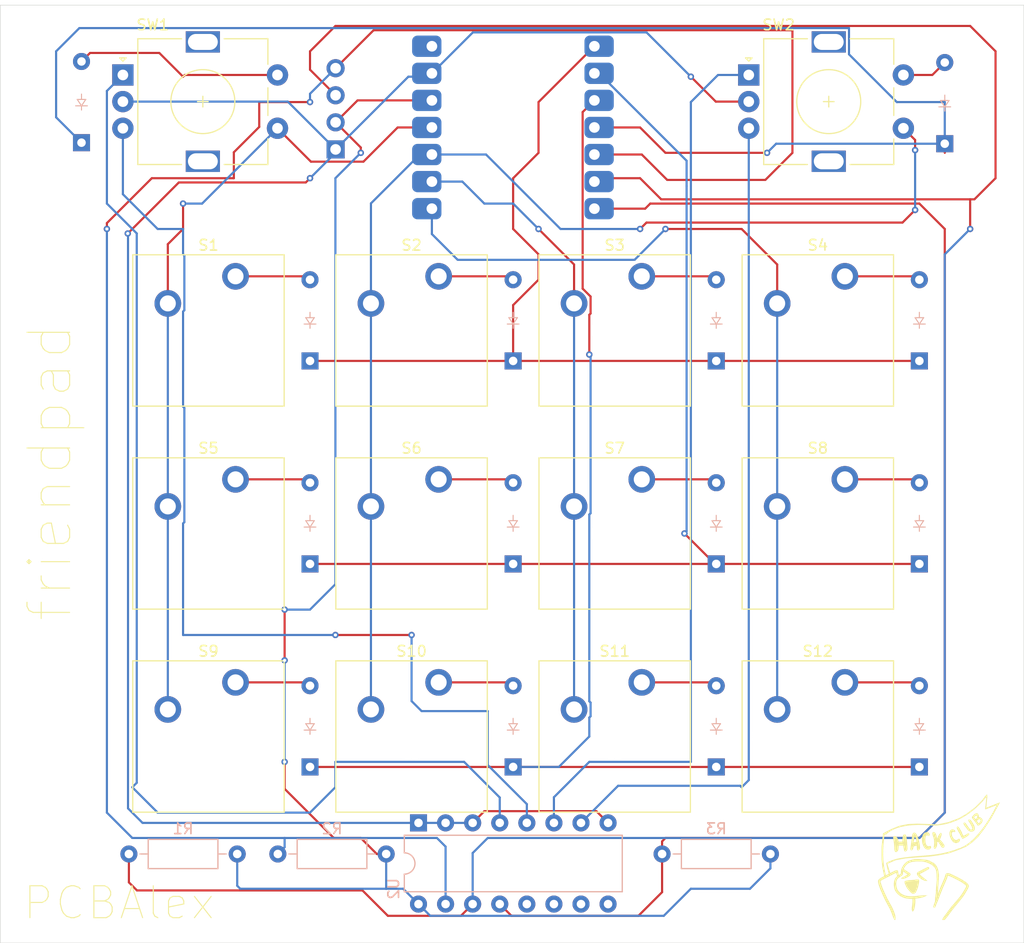
<source format=kicad_pcb>
(kicad_pcb (version 20240108) (generator "pcbnew") (generator_version "8.0")
  (layers (0 "F.Cu" signal) (31 "B.Cu" signal) (34 "B.Paste" user) (35 "F.Paste" user) (36 "B.SilkS" user "B.Silkscreen") (37 "F.SilkS" user "F.Silkscreen") (38 "B.Mask" user) (39 "F.Mask" user) (44 "Edge.Cuts" user))
  (net 0 "")
  (net 1 "Row 1")
  (net 2 "Net-(D1-A)")
  (net 3 "Net-(D2-A)")
  (net 4 "Net-(D3-A)")
  (net 5 "Net-(D4-A)")
  (net 6 "Net-(D5-A)")
  (net 7 "Row 2")
  (net 8 "Net-(D6-A)")
  (net 9 "Net-(D7-A)")
  (net 10 "Net-(D8-A)")
  (net 11 "1S2")
  (net 12 "Row 4")
  (net 13 "2S2")
  (net 14 "Row 3")
  (net 15 "Net-(D11-A)")
  (net 16 "Net-(D12-A)")
  (net 17 "Net-(D13-A)")
  (net 18 "Net-(D14-A)")
  (net 19 "GND")
  (net 20 "+3V3")
  (net 21 "SCL")
  (net 22 "SDA")
  (net 23 "INT")
  (net 24 "1S1")
  (net 25 "2S1")
  (net 26 "Column 3")
  (net 27 "Column 4")
  (net 28 "1A")
  (net 29 "1B")
  (net 30 "2B")
  (net 31 "2A")
  (footprint "ScottoKeebs_Components:OLED_128x32" (layer "F.Cu") (at 148.12 30.36)
    (property "Reference" "J3" (hide yes))
    (property "Value" "OLED_128x32")
    (pad "1" thru_hole rect (at 1.6 9.8 180) (size 1.7 1.7) (drill 1) (layers "*.Cu" "*.Mask") (net 19 "GND"))
    (pad "2" thru_hole oval (at 1.6 7.26 180) (size 1.7 1.7) (drill 1) (layers "*.Cu" "*.Mask") (net 20 "+3V3"))
    (pad "3" thru_hole oval (at 1.6 4.72 180) (size 1.7 1.7) (drill 1) (layers "*.Cu" "*.Mask") (net 21 "SCL"))
    (pad "4" thru_hole oval (at 1.6 2.18 180) (size 1.7 1.7) (drill 1) (layers "*.Cu" "*.Mask") (net 22 "SDA"))
  )
  (footprint "ScottoKeebs_MX:MX_PCB_1.00u" (layer "F.Cu") (at 137.795 57.15)
    (property "Reference" "S1" (at 0 -8 0) (layer "F.SilkS"))
    (property "Value" "Keyswitch")
    (pad "" np_thru_hole circle (at -5.08 0) (size 1.75 1.75) (drill 1.75) (layers "*.Cu" "*.Mask"))
    (pad "" np_thru_hole circle (at 0 0) (size 4 4) (drill 4) (layers "*.Cu" "*.Mask"))
    (pad "" np_thru_hole circle (at 5.08 0) (size 1.75 1.75) (drill 1.75) (layers "*.Cu" "*.Mask"))
    (pad "1" thru_hole circle (at -3.81 -2.54) (size 2.5 2.5) (drill 1.5) (layers "*.Cu" "*.Mask") (net 24 "1S1"))
    (pad "2" thru_hole circle (at 2.54 -5.08) (size 2.5 2.5) (drill 1.5) (layers "*.Cu" "*.Mask") (net 2 "Net-(D1-A)"))
  )
  (footprint "ScottoKeebs_MX:MX_PCB_1.00u" (layer "F.Cu") (at 194.945 57.15)
    (property "Reference" "S4" (at 0 -8 0) (layer "F.SilkS"))
    (property "Value" "Keyswitch")
    (pad "" np_thru_hole circle (at -5.08 0) (size 1.75 1.75) (drill 1.75) (layers "*.Cu" "*.Mask"))
    (pad "" np_thru_hole circle (at 0 0) (size 4 4) (drill 4) (layers "*.Cu" "*.Mask"))
    (pad "" np_thru_hole circle (at 5.08 0) (size 1.75 1.75) (drill 1.75) (layers "*.Cu" "*.Mask"))
    (pad "1" thru_hole circle (at -3.81 -2.54) (size 2.5 2.5) (drill 1.5) (layers "*.Cu" "*.Mask") (net 27 "Column 4"))
    (pad "2" thru_hole circle (at 2.54 -5.08) (size 2.5 2.5) (drill 1.5) (layers "*.Cu" "*.Mask") (net 5 "Net-(D4-A)"))
  )
  (footprint "ScottoKeebs_MX:MX_PCB_1.00u" (layer "F.Cu") (at 175.895 95.25)
    (property "Reference" "S11" (at 0 -8 0) (layer "F.SilkS"))
    (property "Value" "Keyswitch")
    (pad "" np_thru_hole circle (at -5.08 0) (size 1.75 1.75) (drill 1.75) (layers "*.Cu" "*.Mask"))
    (pad "" np_thru_hole circle (at 0 0) (size 4 4) (drill 4) (layers "*.Cu" "*.Mask"))
    (pad "" np_thru_hole circle (at 5.08 0) (size 1.75 1.75) (drill 1.75) (layers "*.Cu" "*.Mask"))
    (pad "1" thru_hole circle (at -3.81 -2.54) (size 2.5 2.5) (drill 1.5) (layers "*.Cu" "*.Mask") (net 26 "Column 3"))
    (pad "2" thru_hole circle (at 2.54 -5.08) (size 2.5 2.5) (drill 1.5) (layers "*.Cu" "*.Mask") (net 17 "Net-(D13-A)"))
  )
  (footprint "ScottoKeebs_MX:MX_PCB_1.00u" (layer "F.Cu") (at 137.795 76.2)
    (property "Reference" "S5" (at 0 -8 0) (layer "F.SilkS"))
    (property "Value" "Keyswitch")
    (pad "" np_thru_hole circle (at -5.08 0) (size 1.75 1.75) (drill 1.75) (layers "*.Cu" "*.Mask"))
    (pad "" np_thru_hole circle (at 0 0) (size 4 4) (drill 4) (layers "*.Cu" "*.Mask"))
    (pad "" np_thru_hole circle (at 5.08 0) (size 1.75 1.75) (drill 1.75) (layers "*.Cu" "*.Mask"))
    (pad "1" thru_hole circle (at -3.81 -2.54) (size 2.5 2.5) (drill 1.5) (layers "*.Cu" "*.Mask") (net 24 "1S1"))
    (pad "2" thru_hole circle (at 2.54 -5.08) (size 2.5 2.5) (drill 1.5) (layers "*.Cu" "*.Mask") (net 6 "Net-(D5-A)"))
  )
  (footprint "ScottoKeebs_MX:MX_PCB_1.00u" (layer "F.Cu") (at 175.895 57.15)
    (property "Reference" "S3" (at 0 -8 0) (layer "F.SilkS"))
    (property "Value" "Keyswitch")
    (pad "" np_thru_hole circle (at -5.08 0) (size 1.75 1.75) (drill 1.75) (layers "*.Cu" "*.Mask"))
    (pad "" np_thru_hole circle (at 0 0) (size 4 4) (drill 4) (layers "*.Cu" "*.Mask"))
    (pad "" np_thru_hole circle (at 5.08 0) (size 1.75 1.75) (drill 1.75) (layers "*.Cu" "*.Mask"))
    (pad "1" thru_hole circle (at -3.81 -2.54) (size 2.5 2.5) (drill 1.5) (layers "*.Cu" "*.Mask") (net 26 "Column 3"))
    (pad "2" thru_hole circle (at 2.54 -5.08) (size 2.5 2.5) (drill 1.5) (layers "*.Cu" "*.Mask") (net 4 "Net-(D3-A)"))
  )
  (footprint "ScottoKeebs_MX:MX_PCB_1.00u" (layer "F.Cu") (at 156.845 57.15)
    (property "Reference" "S2" (at 0 -8 0) (layer "F.SilkS"))
    (property "Value" "Keyswitch")
    (pad "" np_thru_hole circle (at -5.08 0) (size 1.75 1.75) (drill 1.75) (layers "*.Cu" "*.Mask"))
    (pad "" np_thru_hole circle (at 0 0) (size 4 4) (drill 4) (layers "*.Cu" "*.Mask"))
    (pad "" np_thru_hole circle (at 5.08 0) (size 1.75 1.75) (drill 1.75) (layers "*.Cu" "*.Mask"))
    (pad "1" thru_hole circle (at -3.81 -2.54) (size 2.5 2.5) (drill 1.5) (layers "*.Cu" "*.Mask") (net 25 "2S1"))
    (pad "2" thru_hole circle (at 2.54 -5.08) (size 2.5 2.5) (drill 1.5) (layers "*.Cu" "*.Mask") (net 3 "Net-(D2-A)"))
  )
  (footprint "ScottoKeebs_MX:MX_PCB_1.00u" (layer "F.Cu") (at 175.895 76.2)
    (property "Reference" "S7" (at 0 -8 0) (layer "F.SilkS"))
    (property "Value" "Keyswitch")
    (pad "" np_thru_hole circle (at -5.08 0) (size 1.75 1.75) (drill 1.75) (layers "*.Cu" "*.Mask"))
    (pad "" np_thru_hole circle (at 0 0) (size 4 4) (drill 4) (layers "*.Cu" "*.Mask"))
    (pad "" np_thru_hole circle (at 5.08 0) (size 1.75 1.75) (drill 1.75) (layers "*.Cu" "*.Mask"))
    (pad "1" thru_hole circle (at -3.81 -2.54) (size 2.5 2.5) (drill 1.5) (layers "*.Cu" "*.Mask") (net 26 "Column 3"))
    (pad "2" thru_hole circle (at 2.54 -5.08) (size 2.5 2.5) (drill 1.5) (layers "*.Cu" "*.Mask") (net 9 "Net-(D7-A)"))
  )
  (footprint "Rotary_Encoder:RotaryEncoder_Alps_EC11E-Switch_Vertical_H20mm" (layer "F.Cu") (at 188.47 33.175)
    (property "Reference" "SW2" (at 2.8 -4.7 0) (layer "F.SilkS"))
    (property "Value" "RotaryEncoder_Switch")
    (pad "A" thru_hole rect (at 0 0) (size 2 2) (drill 1) (layers "*.Cu" "*.Mask") (net 31 "2A"))
    (pad "B" thru_hole circle (at 0 5) (size 2 2) (drill 1) (layers "*.Cu" "*.Mask") (net 30 "2B"))
    (pad "C" thru_hole circle (at 0 2.5) (size 2 2) (drill 1) (layers "*.Cu" "*.Mask") (net 19 "GND"))
    (pad "MP" thru_hole rect (at 7.5 -3.1) (size 3.2 2) (drill oval 2.8 1.5) (layers "*.Cu" "*.Mask"))
    (pad "MP" thru_hole rect (at 7.5 8.1) (size 3.2 2) (drill oval 2.8 1.5) (layers "*.Cu" "*.Mask"))
    (pad "S1" thru_hole circle (at 14.5 5) (size 2 2) (drill 1) (layers "*.Cu" "*.Mask") (net 25 "2S1"))
    (pad "S2" thru_hole circle (at 14.5 0) (size 2 2) (drill 1) (layers "*.Cu" "*.Mask") (net 13 "2S2"))
  )
  (footprint "ScottoKeebs_MX:MX_PCB_1.00u" (layer "F.Cu") (at 156.845 76.2)
    (property "Reference" "S6" (at 0 -8 0) (layer "F.SilkS"))
    (property "Value" "Keyswitch")
    (pad "" np_thru_hole circle (at -5.08 0) (size 1.75 1.75) (drill 1.75) (layers "*.Cu" "*.Mask"))
    (pad "" np_thru_hole circle (at 0 0) (size 4 4) (drill 4) (layers "*.Cu" "*.Mask"))
    (pad "" np_thru_hole circle (at 5.08 0) (size 1.75 1.75) (drill 1.75) (layers "*.Cu" "*.Mask"))
    (pad "1" thru_hole circle (at -3.81 -2.54) (size 2.5 2.5) (drill 1.5) (layers "*.Cu" "*.Mask") (net 25 "2S1"))
    (pad "2" thru_hole circle (at 2.54 -5.08) (size 2.5 2.5) (drill 1.5) (layers "*.Cu" "*.Mask") (net 8 "Net-(D6-A)"))
  )
  (footprint "ScottoKeebs_MX:MX_PCB_1.00u" (layer "F.Cu") (at 194.945 76.2)
    (property "Reference" "S8" (at 0 -8 0) (layer "F.SilkS"))
    (property "Value" "Keyswitch")
    (pad "" np_thru_hole circle (at -5.08 0) (size 1.75 1.75) (drill 1.75) (layers "*.Cu" "*.Mask"))
    (pad "" np_thru_hole circle (at 0 0) (size 4 4) (drill 4) (layers "*.Cu" "*.Mask"))
    (pad "" np_thru_hole circle (at 5.08 0) (size 1.75 1.75) (drill 1.75) (layers "*.Cu" "*.Mask"))
    (pad "1" thru_hole circle (at -3.81 -2.54) (size 2.5 2.5) (drill 1.5) (layers "*.Cu" "*.Mask") (net 27 "Column 4"))
    (pad "2" thru_hole circle (at 2.54 -5.08) (size 2.5 2.5) (drill 1.5) (layers "*.Cu" "*.Mask") (net 10 "Net-(D8-A)"))
  )
  (footprint "ScottoKeebs_MX:MX_PCB_1.00u" (layer "F.Cu") (at 156.845 95.25)
    (property "Reference" "S10" (at 0 -8 0) (layer "F.SilkS"))
    (property "Value" "Keyswitch")
    (pad "" np_thru_hole circle (at -5.08 0) (size 1.75 1.75) (drill 1.75) (layers "*.Cu" "*.Mask"))
    (pad "" np_thru_hole circle (at 0 0) (size 4 4) (drill 4) (layers "*.Cu" "*.Mask"))
    (pad "" np_thru_hole circle (at 5.08 0) (size 1.75 1.75) (drill 1.75) (layers "*.Cu" "*.Mask"))
    (pad "1" thru_hole circle (at -3.81 -2.54) (size 2.5 2.5) (drill 1.5) (layers "*.Cu" "*.Mask") (net 25 "2S1"))
    (pad "2" thru_hole circle (at 2.54 -5.08) (size 2.5 2.5) (drill 1.5) (layers "*.Cu" "*.Mask") (net 16 "Net-(D12-A)"))
  )
  (footprint "ScottoKeebs_MX:MX_PCB_1.00u" (layer "F.Cu") (at 194.945 95.25)
    (property "Reference" "S12" (at 0 -8 0) (layer "F.SilkS"))
    (property "Value" "Keyswitch")
    (pad "" np_thru_hole circle (at -5.08 0) (size 1.75 1.75) (drill 1.75) (layers "*.Cu" "*.Mask"))
    (pad "" np_thru_hole circle (at 0 0) (size 4 4) (drill 4) (layers "*.Cu" "*.Mask"))
    (pad "" np_thru_hole circle (at 5.08 0) (size 1.75 1.75) (drill 1.75) (layers "*.Cu" "*.Mask"))
    (pad "1" thru_hole circle (at -3.81 -2.54) (size 2.5 2.5) (drill 1.5) (layers "*.Cu" "*.Mask") (net 27 "Column 4"))
    (pad "2" thru_hole circle (at 2.54 -5.08) (size 2.5 2.5) (drill 1.5) (layers "*.Cu" "*.Mask") (net 18 "Net-(D14-A)"))
  )
  (footprint "LOGO" (layer "F.Cu") (at 206.27 106.625)
    (property "Reference" " " (at 0 0 0) (layer "F.SilkS") (effects (font (size 1.5 1.5) (thickness 0.3))))
    (property "Value" "LOGO" (hide yes))
  )
  (footprint "ScottoKeebs_MX:MX_PCB_1.00u" (layer "F.Cu") (at 137.795 95.25)
    (property "Reference" "S9" (at 0 -8 0) (layer "F.SilkS"))
    (property "Value" "Keyswitch")
    (pad "" np_thru_hole circle (at -5.08 0) (size 1.75 1.75) (drill 1.75) (layers "*.Cu" "*.Mask"))
    (pad "" np_thru_hole circle (at 0 0) (size 4 4) (drill 4) (layers "*.Cu" "*.Mask"))
    (pad "" np_thru_hole circle (at 5.08 0) (size 1.75 1.75) (drill 1.75) (layers "*.Cu" "*.Mask"))
    (pad "1" thru_hole circle (at -3.81 -2.54) (size 2.5 2.5) (drill 1.5) (layers "*.Cu" "*.Mask") (net 24 "1S1"))
    (pad "2" thru_hole circle (at 2.54 -5.08) (size 2.5 2.5) (drill 1.5) (layers "*.Cu" "*.Mask") (net 15 "Net-(D11-A)"))
  )
  (footprint "Rotary_Encoder:RotaryEncoder_Alps_EC11E-Switch_Vertical_H20mm" (layer "F.Cu") (at 129.77 33.175)
    (property "Reference" "SW1" (at 2.8 -4.7 0) (layer "F.SilkS"))
    (property "Value" "RotaryEncoder_Switch")
    (pad "A" thru_hole rect (at 0 0) (size 2 2) (drill 1) (layers "*.Cu" "*.Mask") (net 28 "1A"))
    (pad "B" thru_hole circle (at 0 5) (size 2 2) (drill 1) (layers "*.Cu" "*.Mask") (net 29 "1B"))
    (pad "C" thru_hole circle (at 0 2.5) (size 2 2) (drill 1) (layers "*.Cu" "*.Mask") (net 19 "GND"))
    (pad "MP" thru_hole rect (at 7.5 -3.1) (size 3.2 2) (drill oval 2.8 1.5) (layers "*.Cu" "*.Mask"))
    (pad "MP" thru_hole rect (at 7.5 8.1) (size 3.2 2) (drill oval 2.8 1.5) (layers "*.Cu" "*.Mask"))
    (pad "S1" thru_hole circle (at 14.5 5) (size 2 2) (drill 1) (layers "*.Cu" "*.Mask") (net 24 "1S1"))
    (pad "S2" thru_hole circle (at 14.5 0) (size 2 2) (drill 1) (layers "*.Cu" "*.Mask") (net 11 "1S2"))
  )
  (footprint "ScottoKeebs_Components:Diode_DO-35" (layer "B.Cu") (at 185.42 98.1075 90)
    (property "Reference" "D13" (hide yes))
    (property "Value" "Diode" (hide yes))
    (pad "1" thru_hole rect (at 0 0 90) (size 1.6 1.6) (drill 0.8) (layers "*.Cu" "*.Mask") (net 14 "Row 3"))
    (pad "2" thru_hole oval (at 7.62 0 90) (size 1.6 1.6) (drill 0.8) (layers "*.Cu" "*.Mask") (net 17 "Net-(D13-A)"))
  )
  (footprint "ScottoKeebs_Components:Diode_DO-35" (layer "B.Cu") (at 204.47 79.0575 90)
    (property "Reference" "D8" (hide yes))
    (property "Value" "Diode" (hide yes))
    (pad "1" thru_hole rect (at 0 0 90) (size 1.6 1.6) (drill 0.8) (layers "*.Cu" "*.Mask") (net 7 "Row 2"))
    (pad "2" thru_hole oval (at 7.62 0 90) (size 1.6 1.6) (drill 0.8) (layers "*.Cu" "*.Mask") (net 10 "Net-(D8-A)"))
  )
  (footprint "Resistor_THT:R_Axial_DIN0207_L6.3mm_D2.5mm_P10.16mm_Horizontal" (layer "B.Cu") (at 154.46375 106.275 180)
    (property "Reference" "R2" (at 5.08 2.37 0) (layer "B.SilkS") (effects (justify mirror)))
    (property "Value" "4.7k")
    (pad "1" thru_hole circle (at 0 0 180) (size 1.6 1.6) (drill 0.8) (layers "*.Cu" "*.Mask") (net 20 "+3V3"))
    (pad "2" thru_hole oval (at 10.16 0 180) (size 1.6 1.6) (drill 0.8) (layers "*.Cu" "*.Mask") (net 22 "SDA"))
  )
  (footprint "ScottoKeebs_Components:Diode_DO-35" (layer "B.Cu") (at 185.42 60.0075 90)
    (property "Reference" "D3" (hide yes))
    (property "Value" "Diode" (hide yes))
    (pad "1" thru_hole rect (at 0 0 90) (size 1.6 1.6) (drill 0.8) (layers "*.Cu" "*.Mask") (net 1 "Row 1"))
    (pad "2" thru_hole oval (at 7.62 0 90) (size 1.6 1.6) (drill 0.8) (layers "*.Cu" "*.Mask") (net 4 "Net-(D3-A)"))
  )
  (footprint "ScottoKeebs_Components:Diode_DO-35" (layer "B.Cu") (at 206.85125 39.62625 90)
    (property "Reference" "D10" (hide yes))
    (property "Value" "Diode" (hide yes))
    (pad "1" thru_hole rect (at 0 0 90) (size 1.6 1.6) (drill 0.8) (layers "*.Cu" "*.Mask") (net 12 "Row 4"))
    (pad "2" thru_hole oval (at 7.62 0 90) (size 1.6 1.6) (drill 0.8) (layers "*.Cu" "*.Mask") (net 13 "2S2"))
  )
  (footprint "ScottoKeebs_Components:Diode_DO-35" (layer "B.Cu") (at 166.37 79.0575 90)
    (property "Reference" "D6" (hide yes))
    (property "Value" "Diode" (hide yes))
    (pad "1" thru_hole rect (at 0 0 90) (size 1.6 1.6) (drill 0.8) (layers "*.Cu" "*.Mask") (net 7 "Row 2"))
    (pad "2" thru_hole oval (at 7.62 0 90) (size 1.6 1.6) (drill 0.8) (layers "*.Cu" "*.Mask") (net 8 "Net-(D6-A)"))
  )
  (footprint "ScottoKeebs_Components:Diode_DO-35" (layer "B.Cu") (at 185.42 79.0575 90)
    (property "Reference" "D7" (hide yes))
    (property "Value" "Diode" (hide yes))
    (pad "1" thru_hole rect (at 0 0 90) (size 1.6 1.6) (drill 0.8) (layers "*.Cu" "*.Mask") (net 7 "Row 2"))
    (pad "2" thru_hole oval (at 7.62 0 90) (size 1.6 1.6) (drill 0.8) (layers "*.Cu" "*.Mask") (net 9 "Net-(D7-A)"))
  )
  (footprint "ScottoKeebs_Components:Diode_DO-35" (layer "B.Cu") (at 147.32 79.0575 90)
    (property "Reference" "D5" (hide yes))
    (property "Value" "Diode" (hide yes))
    (pad "1" thru_hole rect (at 0 0 90) (size 1.6 1.6) (drill 0.8) (layers "*.Cu" "*.Mask") (net 7 "Row 2"))
    (pad "2" thru_hole oval (at 7.62 0 90) (size 1.6 1.6) (drill 0.8) (layers "*.Cu" "*.Mask") (net 6 "Net-(D5-A)"))
  )
  (footprint "ScottoKeebs_Components:Diode_DO-35" (layer "B.Cu") (at 204.47 98.1075 90)
    (property "Reference" "D14" (hide yes))
    (property "Value" "Diode" (hide yes))
    (pad "1" thru_hole rect (at 0 0 90) (size 1.6 1.6) (drill 0.8) (layers "*.Cu" "*.Mask") (net 14 "Row 3"))
    (pad "2" thru_hole oval (at 7.62 0 90) (size 1.6 1.6) (drill 0.8) (layers "*.Cu" "*.Mask") (net 18 "Net-(D14-A)"))
  )
  (footprint "ScottoKeebs_MCU:Seeed_XIAO_RP2040" (layer "B.Cu") (at 166.37 38.1 180)
    (property "Reference" "U3" (hide yes))
    (property "Value" "MCU_Seeed_XIAO_RP2040")
    (pad "1" smd roundrect (at -8.065 7.62 180) (size 2.75 2) (layers "B.Cu" "B.Paste" "B.Mask") (net 1 "Row 1"))
    (pad "1" thru_hole rect (at -7.62 7.62 90) (size 1.6 1.6) (drill 1) (layers "*.Cu" "*.Mask") (net 1 "Row 1"))
    (pad "2" smd roundrect (at -8.065 5.08 180) (size 2.75 2) (layers "B.Cu" "B.Paste" "B.Mask") (net 7 "Row 2"))
    (pad "2" thru_hole circle (at -7.62 5.08 90) (size 1.6 1.6) (drill 1) (layers "*.Cu" "*.Mask") (net 7 "Row 2"))
    (pad "3" smd roundrect (at -8.065 2.54 180) (size 2.75 2) (layers "B.Cu" "B.Paste" "B.Mask") (net 14 "Row 3"))
    (pad "3" thru_hole circle (at -7.62 2.54 90) (size 1.6 1.6) (drill 1) (layers "*.Cu" "*.Mask") (net 14 "Row 3"))
    (pad "4" smd roundrect (at -8.065 0 180) (size 2.75 2) (layers "B.Cu" "B.Paste" "B.Mask") (net 12 "Row 4"))
    (pad "4" thru_hole circle (at -7.62 0 90) (size 1.6 1.6) (drill 1) (layers "*.Cu" "*.Mask") (net 12 "Row 4"))
    (pad "5" smd roundrect (at -8.065 -2.54 180) (size 2.75 2) (layers "B.Cu" "B.Paste" "B.Mask") (net 22 "SDA"))
    (pad "5" thru_hole circle (at -7.62 -2.54 90) (size 1.6 1.6) (drill 1) (layers "*.Cu" "*.Mask") (net 22 "SDA"))
    (pad "6" smd roundrect (at -8.065 -5.08 180) (size 2.75 2) (layers "B.Cu" "B.Paste" "B.Mask") (net 21 "SCL"))
    (pad "6" thru_hole circle (at -7.62 -5.08 90) (size 1.6 1.6) (drill 1) (layers "*.Cu" "*.Mask") (net 21 "SCL"))
    (pad "7" smd roundrect (at -8.065 -7.62 180) (size 2.75 2) (layers "B.Cu" "B.Paste" "B.Mask") (net 23 "INT"))
    (pad "7" thru_hole circle (at -7.62 -7.62 90) (size 1.6 1.6) (drill 1) (layers "*.Cu" "*.Mask") (net 23 "INT"))
    (pad "8" thru_hole circle (at 7.62 -7.62 90) (size 1.6 1.6) (drill 1) (layers "*.Cu" "*.Mask") (net 27 "Column 4"))
    (pad "8" smd roundrect (at 8.1 -7.62 180) (size 2.75 2) (layers "B.Cu" "B.Paste" "B.Mask") (net 27 "Column 4"))
    (pad "9" thru_hole circle (at 7.62 -5.08 90) (size 1.6 1.6) (drill 1) (layers "*.Cu" "*.Mask") (net 26 "Column 3"))
    (pad "9" smd roundrect (at 8.1 -5.08 180) (size 2.75 2) (layers "B.Cu" "B.Paste" "B.Mask") (net 26 "Column 3"))
    (pad "10" thru_hole circle (at 7.62 -2.54 90) (size 1.6 1.6) (drill 1) (layers "*.Cu" "*.Mask") (net 25 "2S1"))
    (pad "10" smd roundrect (at 8.1 -2.54 180) (size 2.75 2) (layers "B.Cu" "B.Paste" "B.Mask") (net 25 "2S1"))
    (pad "11" thru_hole circle (at 7.62 0 90) (size 1.6 1.6) (drill 1) (layers "*.Cu" "*.Mask") (net 24 "1S1"))
    (pad "11" smd roundrect (at 8.1 0 180) (size 2.75 2) (layers "B.Cu" "B.Paste" "B.Mask") (net 24 "1S1"))
    (pad "12" thru_hole circle (at 7.62 2.54 90) (size 1.6 1.6) (drill 1) (layers "*.Cu" "*.Mask") (net 20 "+3V3"))
    (pad "12" smd roundrect (at 8.1 2.54 180) (size 2.75 2) (layers "B.Cu" "B.Paste" "B.Mask") (net 20 "+3V3"))
    (pad "13" thru_hole circle (at 7.62 5.08 90) (size 1.6 1.6) (drill 1) (layers "*.Cu" "*.Mask") (net 19 "GND"))
    (pad "13" smd roundrect (at 8.1 5.08 180) (size 2.75 2) (layers "B.Cu" "B.Paste" "B.Mask") (net 19 "GND"))
    (pad "14" thru_hole circle (at 7.62 7.62 90) (size 1.6 1.6) (drill 1) (layers "*.Cu" "*.Mask"))
    (pad "14" smd roundrect (at 8.1 7.62 180) (size 2.75 2) (layers "B.Cu" "B.Paste" "B.Mask"))
  )
  (footprint "Resistor_THT:R_Axial_DIN0207_L6.3mm_D2.5mm_P10.16mm_Horizontal" (layer "B.Cu") (at 140.49375 106.275 180)
    (property "Reference" "R1" (at 5.08 2.37 0) (layer "B.SilkS") (effects (justify mirror)))
    (property "Value" "4.7k")
    (pad "1" thru_hole circle (at 0 0 180) (size 1.6 1.6) (drill 0.8) (layers "*.Cu" "*.Mask") (net 20 "+3V3"))
    (pad "2" thru_hole oval (at 10.16 0 180) (size 1.6 1.6) (drill 0.8) (layers "*.Cu" "*.Mask") (net 21 "SCL"))
  )
  (footprint "ScottoKeebs_Components:Diode_DO-35" (layer "B.Cu") (at 166.37 98.1075 90)
    (property "Reference" "D12" (hide yes))
    (property "Value" "Diode" (hide yes))
    (pad "1" thru_hole rect (at 0 0 90) (size 1.6 1.6) (drill 0.8) (layers "*.Cu" "*.Mask") (net 14 "Row 3"))
    (pad "2" thru_hole oval (at 7.62 0 90) (size 1.6 1.6) (drill 0.8) (layers "*.Cu" "*.Mask") (net 16 "Net-(D12-A)"))
  )
  (footprint "ScottoKeebs_Components:Diode_DO-35" (layer "B.Cu") (at 125.88875 39.52875 90)
    (property "Reference" "D9" (hide yes))
    (property "Value" "Diode" (hide yes))
    (pad "1" thru_hole rect (at 0 0 90) (size 1.6 1.6) (drill 0.8) (layers "*.Cu" "*.Mask") (net 12 "Row 4"))
    (pad "2" thru_hole oval (at 7.62 0 90) (size 1.6 1.6) (drill 0.8) (layers "*.Cu" "*.Mask") (net 11 "1S2"))
  )
  (footprint "ScottoKeebs_Components:Diode_DO-35" (layer "B.Cu") (at 147.32 60.0075 90)
    (property "Reference" "D1" (hide yes))
    (property "Value" "Diode" (hide yes))
    (pad "1" thru_hole rect (at 0 0 90) (size 1.6 1.6) (drill 0.8) (layers "*.Cu" "*.Mask") (net 1 "Row 1"))
    (pad "2" thru_hole oval (at 7.62 0 90) (size 1.6 1.6) (drill 0.8) (layers "*.Cu" "*.Mask") (net 2 "Net-(D1-A)"))
  )
  (footprint "Resistor_THT:R_Axial_DIN0207_L6.3mm_D2.5mm_P10.16mm_Horizontal" (layer "B.Cu") (at 190.5 106.275 180)
    (property "Reference" "R3" (at 5.08 2.37 0) (layer "B.SilkS") (effects (justify mirror)))
    (property "Value" "4.7k")
    (pad "1" thru_hole circle (at 0 0 180) (size 1.6 1.6) (drill 0.8) (layers "*.Cu" "*.Mask") (net 20 "+3V3"))
    (pad "2" thru_hole oval (at 10.16 0 180) (size 1.6 1.6) (drill 0.8) (layers "*.Cu" "*.Mask") (net 23 "INT"))
  )
  (footprint "Package_DIP:DIP-16_W7.62mm" (layer "B.Cu") (at 157.495 103.35625 -90)
    (property "Reference" "U2" (at 6.18125 2.33 90) (layer "B.SilkS") (effects (justify mirror)))
    (property "Value" "PCF8574A")
    (pad "1" thru_hole rect (at 0 0 270) (size 1.6 1.6) (drill 0.8) (layers "*.Cu" "*.Mask") (net 19 "GND"))
    (pad "2" thru_hole oval (at 0 -2.54 270) (size 1.6 1.6) (drill 0.8) (layers "*.Cu" "*.Mask") (net 19 "GND"))
    (pad "3" thru_hole oval (at 0 -5.08 270) (size 1.6 1.6) (drill 0.8) (layers "*.Cu" "*.Mask") (net 19 "GND"))
    (pad "4" thru_hole oval (at 0 -7.62 270) (size 1.6 1.6) (drill 0.8) (layers "*.Cu" "*.Mask") (net 28 "1A"))
    (pad "5" thru_hole oval (at 0 -10.16 270) (size 1.6 1.6) (drill 0.8) (layers "*.Cu" "*.Mask") (net 29 "1B"))
    (pad "6" thru_hole oval (at 0 -12.7 270) (size 1.6 1.6) (drill 0.8) (layers "*.Cu" "*.Mask") (net 31 "2A"))
    (pad "7" thru_hole oval (at 0 -15.24 270) (size 1.6 1.6) (drill 0.8) (layers "*.Cu" "*.Mask") (net 30 "2B"))
    (pad "8" thru_hole oval (at 0 -17.78 270) (size 1.6 1.6) (drill 0.8) (layers "*.Cu" "*.Mask") (net 19 "GND"))
    (pad "9" thru_hole oval (at 7.62 -17.78 270) (size 1.6 1.6) (drill 0.8) (layers "*.Cu" "*.Mask"))
    (pad "10" thru_hole oval (at 7.62 -15.24 270) (size 1.6 1.6) (drill 0.8) (layers "*.Cu" "*.Mask"))
    (pad "11" thru_hole oval (at 7.62 -12.7 270) (size 1.6 1.6) (drill 0.8) (layers "*.Cu" "*.Mask"))
    (pad "12" thru_hole oval (at 7.62 -10.16 270) (size 1.6 1.6) (drill 0.8) (layers "*.Cu" "*.Mask"))
    (pad "13" thru_hole oval (at 7.62 -7.62 270) (size 1.6 1.6) (drill 0.8) (layers "*.Cu" "*.Mask") (net 23 "INT"))
    (pad "14" thru_hole oval (at 7.62 -5.08 270) (size 1.6 1.6) (drill 0.8) (layers "*.Cu" "*.Mask") (net 21 "SCL"))
    (pad "15" thru_hole oval (at 7.62 -2.54 270) (size 1.6 1.6) (drill 0.8) (layers "*.Cu" "*.Mask") (net 22 "SDA"))
    (pad "16" thru_hole oval (at 7.62 0 270) (size 1.6 1.6) (drill 0.8) (layers "*.Cu" "*.Mask") (net 20 "+3V3"))
  )
  (footprint "ScottoKeebs_Components:Diode_DO-35" (layer "B.Cu") (at 166.37 60.0075 90)
    (property "Reference" "D2" (hide yes))
    (property "Value" "Diode" (hide yes))
    (pad "1" thru_hole rect (at 0 0 90) (size 1.6 1.6) (drill 0.8) (layers "*.Cu" "*.Mask") (net 1 "Row 1"))
    (pad "2" thru_hole oval (at 7.62 0 90) (size 1.6 1.6) (drill 0.8) (layers "*.Cu" "*.Mask") (net 3 "Net-(D2-A)"))
  )
  (footprint "ScottoKeebs_Components:Diode_DO-35" (layer "B.Cu") (at 147.32 98.1075 90)
    (property "Reference" "D11" (hide yes))
    (property "Value" "Diode" (hide yes))
    (pad "1" thru_hole rect (at 0 0 90) (size 1.6 1.6) (drill 0.8) (layers "*.Cu" "*.Mask") (net 14 "Row 3"))
    (pad "2" thru_hole oval (at 7.62 0 90) (size 1.6 1.6) (drill 0.8) (layers "*.Cu" "*.Mask") (net 15 "Net-(D11-A)"))
  )
  (footprint "ScottoKeebs_Components:Diode_DO-35" (layer "B.Cu") (at 204.47 60.0075 90)
    (property "Reference" "D4" (hide yes))
    (property "Value" "Diode" (hide yes))
    (pad "1" thru_hole rect (at 0 0 90) (size 1.6 1.6) (drill 0.8) (layers "*.Cu" "*.Mask") (net 1 "Row 1"))
    (pad "2" thru_hole oval (at 7.62 0 90) (size 1.6 1.6) (drill 0.8) (layers "*.Cu" "*.Mask") (net 5 "Net-(D4-A)"))
  )
  (gr_rect (start 118.27 26.625) (end 214.27 114.625) (stroke (width 0.05)) (fill none) (layer "Edge.Cuts"))
  (gr_text "friendpad" (at 125.27 84.625 90) (layer "F.SilkS") (effects (font (size 4 4) (thickness 0.1)) (justify left bottom)))
  (gr_text "PCBAlex" (at 120.27 112.625 0) (layer "F.SilkS") (effects (font (size 3 3) (thickness 0.1)) (justify left bottom)))
  (segment (start 168.75125 50.00625) (end 168.75125 52.3875) (width 0.2) (layer "F.Cu") (net 1))
  (segment (start 168.75125 35.71875) (end 168.75125 40.48125) (width 0.2) (layer "F.Cu") (net 1))
  (segment (start 173.99 30.48) (end 168.75125 35.71875) (width 0.2) (layer "F.Cu") (net 1))
  (segment (start 166.37 47.625) (end 168.75125 50.00625) (width 0.2) (layer "F.Cu") (net 1))
  (segment (start 168.75125 52.3875) (end 166.37 54.76875) (width 0.2) (layer "F.Cu") (net 1))
  (segment (start 166.37 54.76875) (end 166.37 60.0075) (width 0.2) (layer "F.Cu") (net 1))
  (segment (start 166.37 42.8625) (end 166.37 47.625) (width 0.2) (layer "F.Cu") (net 1))
  (segment (start 147.32 60.0075) (end 204.47 60.0075) (width 0.2) (layer "F.Cu") (net 1))
  (segment (start 168.75125 40.48125) (end 166.37 42.8625) (width 0.2) (layer "F.Cu") (net 1))
  (segment (start 147.0025 52.07) (end 147.32 52.3875) (width 0.2) (layer "F.Cu") (net 2))
  (segment (start 140.335 52.07) (end 147.0025 52.07) (width 0.2) (layer "F.Cu") (net 2))
  (segment (start 166.0525 52.07) (end 166.37 52.3875) (width 0.2) (layer "F.Cu") (net 3))
  (segment (start 159.385 52.07) (end 166.0525 52.07) (width 0.2) (layer "F.Cu") (net 3))
  (segment (start 185.1025 52.07) (end 185.42 52.3875) (width 0.2) (layer "F.Cu") (net 4))
  (segment (start 178.435 52.07) (end 185.1025 52.07) (width 0.2) (layer "F.Cu") (net 4))
  (segment (start 204.1525 52.07) (end 204.47 52.3875) (width 0.2) (layer "F.Cu") (net 5))
  (segment (start 197.485 52.07) (end 204.1525 52.07) (width 0.2) (layer "F.Cu") (net 5))
  (segment (start 147.0025 71.12) (end 147.32 71.4375) (width 0.2) (layer "F.Cu") (net 6))
  (segment (start 140.335 71.12) (end 147.0025 71.12) (width 0.2) (layer "F.Cu") (net 6))
  (segment (start 185.29625 79.0575) (end 185.42 79.0575) (width 0.2) (layer "F.Cu") (net 7))
  (segment (start 147.32 79.0575) (end 204.47 79.0575) (width 0.2) (layer "F.Cu") (net 7))
  (segment (start 182.43875 76.2) (end 185.29625 79.0575) (width 0.2) (layer "F.Cu") (net 7))
  (via (at 182.43875 76.2) (size 0.6) (drill 0.3) (layers "F.Cu" "B.Cu") (net 7))
  (segment (start 182.63875 43.605) (end 182.63875 47.625) (width 0.2) (layer "B.Cu") (net 7))
  (segment (start 182.63875 76) (end 182.43875 76.2) (width 0.2) (layer "B.Cu") (net 7))
  (segment (start 182.63875 47.625) (end 182.63875 76) (width 0.2) (layer "B.Cu") (net 7))
  (segment (start 182.63875 41.22375) (end 182.63875 43.605) (width 0.2) (layer "B.Cu") (net 7))
  (segment (start 174.435 33.02) (end 182.63875 41.22375) (width 0.2) (layer "B.Cu") (net 7))
  (segment (start 166.0525 71.12) (end 166.37 71.4375) (width 0.2) (layer "F.Cu") (net 8))
  (segment (start 159.385 71.12) (end 166.0525 71.12) (width 0.2) (layer "F.Cu") (net 8))
  (segment (start 178.435 71.12) (end 185.1025 71.12) (width 0.2) (layer "F.Cu") (net 9))
  (segment (start 185.1025 71.12) (end 185.42 71.4375) (width 0.2) (layer "F.Cu") (net 9))
  (segment (start 204.1525 71.12) (end 204.47 71.4375) (width 0.2) (layer "F.Cu") (net 10))
  (segment (start 197.485 71.12) (end 204.1525 71.12) (width 0.2) (layer "F.Cu") (net 10))
  (segment (start 135.41375 33.3375) (end 133.185001 31.108751) (width 0.2) (layer "F.Cu") (net 11))
  (segment (start 144.27 33.175) (end 135.57625 33.175) (width 0.2) (layer "F.Cu") (net 11))
  (segment (start 133.185001 31.108751) (end 126.688749 31.108751) (width 0.2) (layer "F.Cu") (net 11))
  (segment (start 135.57625 33.175) (end 135.41375 33.3375) (width 0.2) (layer "F.Cu") (net 11))
  (segment (start 126.688749 31.108751) (end 125.88875 31.90875) (width 0.2) (layer "F.Cu") (net 11))
  (segment (start 180.6575 40.48125) (end 190.1825 40.48125) (width 0.2) (layer "F.Cu") (net 12))
  (segment (start 178.27625 38.1) (end 180.6575 40.48125) (width 0.2) (layer "F.Cu") (net 12))
  (segment (start 173.99 38.1) (end 178.27625 38.1) (width 0.2) (layer "F.Cu") (net 12))
  (segment (start 206.85125 39.62625) (end 206.85125 40.48125) (width 0.2) (layer "F.Cu") (net 12))
  (via (at 190.1825 40.48125) (size 0.6) (drill 0.3) (layers "F.Cu" "B.Cu") (net 12))
  (segment (start 125.68875 28.775) (end 123.5075 30.95625) (width 0.2) (layer "B.Cu") (net 12))
  (segment (start 190.1825 40.48125) (end 191.0375 39.62625) (width 0.2) (layer "B.Cu") (net 12))
  (segment (start 191.0375 39.62625) (end 206.85125 39.62625) (width 0.2) (layer "B.Cu") (net 12))
  (segment (start 206.85125 35.71875) (end 202.352228 35.71875) (width 0.2) (layer "B.Cu") (net 12))
  (segment (start 197.87 31.236522) (end 197.87 28.775) (width 0.2) (layer "B.Cu") (net 12))
  (segment (start 123.5075 30.95625) (end 123.5075 37.1475) (width 0.2) (layer "B.Cu") (net 12))
  (segment (start 123.5075 37.1475) (end 125.88875 39.52875) (width 0.2) (layer "B.Cu") (net 12))
  (segment (start 206.85125 39.62625) (end 206.85125 35.71875) (width 0.2) (layer "B.Cu") (net 12))
  (segment (start 202.352228 35.71875) (end 197.87 31.236522) (width 0.2) (layer "B.Cu") (net 12))
  (segment (start 197.87 28.775) (end 125.68875 28.775) (width 0.2) (layer "B.Cu") (net 12))
  (segment (start 202.97 33.175) (end 205.6825 33.175) (width 0.2) (layer "F.Cu") (net 13))
  (segment (start 205.6825 33.175) (end 206.85125 32.00625) (width 0.2) (layer "F.Cu") (net 13))
  (segment (start 147.32 98.1075) (end 204.47 98.1075) (width 0.2) (layer "F.Cu") (net 14))
  (segment (start 173.51375 55.67625) (end 173.51375 59.4075) (width 0.2) (layer "F.Cu") (net 14))
  (segment (start 172.89 36.66) (end 172.89 53.222968) (width 0.2) (layer "F.Cu") (net 14))
  (segment (start 173.99 35.56) (end 172.89 36.66) (width 0.2) (layer "F.Cu") (net 14))
  (segment (start 173.635 53.967968) (end 173.635 55.555) (width 0.2) (layer "F.Cu") (net 14))
  (segment (start 173.635 55.555) (end 173.51375 55.67625) (width 0.2) (layer "F.Cu") (net 14))
  (segment (start 172.89 53.222968) (end 173.635 53.967968) (width 0.2) (layer "F.Cu") (net 14))
  (via (at 173.51375 59.4075) (size 0.6) (drill 0.3) (layers "F.Cu" "B.Cu") (net 14))
  (segment (start 173.51375 93.473282) (end 173.51375 95.25) (width 0.2) (layer "B.Cu") (net 14))
  (segment (start 173.635 59.52875) (end 173.635 74.302032) (width 0.2) (layer "B.Cu") (net 14))
  (segment (start 173.635 93.352032) (end 173.51375 93.473282) (width 0.2) (layer "B.Cu") (net 14))
  (segment (start 173.51375 59.4075) (end 173.635 59.52875) (width 0.2) (layer "B.Cu") (net 14))
  (segment (start 173.51375 95.25) (end 170.65625 98.1075) (width 0.2) (layer "B.Cu") (net 14))
  (segment (start 173.635 92.067968) (end 173.635 93.352032) (width 0.2) (layer "B.Cu") (net 14))
  (segment (start 170.65625 98.1075) (end 166.37 98.1075) (width 0.2) (layer "B.Cu") (net 14))
  (segment (start 173.51375 91.946718) (end 173.635 92.067968) (width 0.2) (layer "B.Cu") (net 14))
  (segment (start 173.635 74.302032) (end 173.51375 74.423282) (width 0.2) (layer "B.Cu") (net 14))
  (segment (start 173.51375 74.423282) (end 173.51375 91.946718) (width 0.2) (layer "B.Cu") (net 14))
  (segment (start 140.335 90.17) (end 147.0025 90.17) (width 0.2) (layer "F.Cu") (net 15))
  (segment (start 147.0025 90.17) (end 147.32 90.4875) (width 0.2) (layer "F.Cu") (net 15))
  (segment (start 166.0525 90.17) (end 166.37 90.4875) (width 0.2) (layer "F.Cu") (net 16))
  (segment (start 159.385 90.17) (end 166.0525 90.17) (width 0.2) (layer "F.Cu") (net 16))
  (segment (start 185.1025 90.17) (end 185.42 90.4875) (width 0.2) (layer "F.Cu") (net 17))
  (segment (start 178.435 90.17) (end 185.1025 90.17) (width 0.2) (layer "F.Cu") (net 17))
  (segment (start 197.485 90.17) (end 204.1525 90.17) (width 0.2) (layer "F.Cu") (net 18))
  (segment (start 204.1525 90.17) (end 204.47 90.4875) (width 0.2) (layer "F.Cu") (net 18))
  (segment (start 146.92 43.2625) (end 147.32 42.8625) (width 0.2) (layer "F.Cu") (net 19))
  (segment (start 163.675 102.25625) (end 174.175 102.25625) (width 0.2) (layer "F.Cu") (net 19))
  (segment (start 174.175 102.25625) (end 175.275 103.35625) (width 0.2) (layer "F.Cu") (net 19))
  (segment (start 162.575 103.35625) (end 163.675 102.25625) (width 0.2) (layer "F.Cu") (net 19))
  (segment (start 185.37625 35.675) (end 188.47 35.675) (width 0.2) (layer "F.Cu") (net 19))
  (segment (start 183.03875 33.3375) (end 185.37625 35.675) (width 0.2) (layer "F.Cu") (net 19))
  (segment (start 130.226985 48.049265) (end 135.01375 43.2625) (width 0.2) (layer "F.Cu") (net 19))
  (segment (start 135.01375 43.2625) (end 146.92 43.2625) (width 0.2) (layer "F.Cu") (net 19))
  (via (at 183.03875 33.3375) (size 0.6) (drill 0.3) (layers "F.Cu" "B.Cu") (net 19))
  (via (at 147.32 42.8625) (size 0.6) (drill 0.3) (layers "F.Cu" "B.Cu") (net 19))
  (via (at 130.226985 48.049265) (size 0.6) (drill 0.3) (layers "F.Cu" "B.Cu") (net 19))
  (segment (start 162.59 29.18) (end 178.88125 29.18) (width 0.2) (layer "B.Cu") (net 19))
  (segment (start 158.27 33.02) (end 157.9525 33.3375) (width 0.2) (layer "B.Cu") (net 19))
  (segment (start 157.9525 33.3375) (end 156.5425 33.3375) (width 0.2) (layer "B.Cu") (net 19))
  (segment (start 160.035 103.35625) (end 131.61375 103.35625) (width 0.2) (layer "B.Cu") (net 19))
  (segment (start 147.32 42.8625) (end 149.72 40.4625) (width 0.2) (layer "B.Cu") (net 19))
  (segment (start 162.575 103.35625) (end 160.035 103.35625) (width 0.2) (layer "B.Cu") (net 19))
  (segment (start 149.72 40.4625) (end 149.72 40.16) (width 0.2) (layer "B.Cu") (net 19))
  (segment (start 131.61375 103.35625) (end 130.25125 101.99375) (width 0.2) (layer "B.Cu") (net 19))
  (segment (start 149.72 40.16) (end 145.235 35.675) (width 0.2) (layer "B.Cu") (net 19))
  (segment (start 130.25125 101.99375) (end 130.25125 48.07353) (width 0.2) (layer "B.Cu") (net 19))
  (segment (start 130.25125 48.07353) (end 130.226985 48.049265) (width 0.2) (layer "B.Cu") (net 19))
  (segment (start 156.5425 33.3375) (end 149.72 40.16) (width 0.2) (layer "B.Cu") (net 19))
  (segment (start 145.235 35.675) (end 129.77 35.675) (width 0.2) (layer "B.Cu") (net 19))
  (segment (start 178.88125 29.18) (end 183.03875 33.3375) (width 0.2) (layer "B.Cu") (net 19))
  (segment (start 158.75 33.02) (end 162.59 29.18) (width 0.2) (layer "B.Cu") (net 19))
  (segment (start 144.93875 88.10625) (end 144.93875 83.34375) (width 0.2) (layer "F.Cu") (net 20))
  (segment (start 144.93875 100.16) (end 144.93875 97.63125) (width 0.2) (layer "F.Cu") (net 20))
  (segment (start 152.0825 40.48125) (end 152.0825 39.9825) (width 0.2) (layer "F.Cu") (net 20))
  (segment (start 149.72 37.62) (end 151.78 35.56) (width 0.2) (layer "F.Cu") (net 20))
  (segment (start 152.0825 39.9825) (end 149.72 37.62) (width 0.2) (layer "F.Cu") (net 20))
  (segment (start 154.46375 106.275) (end 153.5825 106.275) (width 0.2) (layer "F.Cu") (net 20))
  (segment (start 153.5825 106.275) (end 152.0825 104.775) (width 0.2) (layer "F.Cu") (net 20))
  (segment (start 152.0825 104.775) (end 149.55375 104.775) (width 0.2) (layer "F.Cu") (net 20))
  (segment (start 149.55375 104.775) (end 144.93875 100.16) (width 0.2) (layer "F.Cu") (net 20))
  (segment (start 151.78 35.56) (end 158.75 35.56) (width 0.2) (layer "F.Cu") (net 20))
  (via (at 144.93875 97.63125) (size 0.6) (drill 0.3) (layers "F.Cu" "B.Cu") (net 20))
  (via (at 144.93875 88.10625) (size 0.6) (drill 0.3) (layers "F.Cu" "B.Cu") (net 20))
  (via (at 144.93875 83.34375) (size 0.6) (drill 0.3) (layers "F.Cu" "B.Cu") (net 20))
  (via (at 152.0825 40.48125) (size 0.6) (drill 0.3) (layers "F.Cu" "B.Cu") (net 20))
  (segment (start 156.05625 109.5375) (end 154.46375 109.5375) (width 0.2) (layer "B.Cu") (net 20))
  (segment (start 154.46375 106.275) (end 154.46375 109.5375) (width 0.2) (layer "B.Cu") (net 20))
  (segment (start 158.595 112.07625) (end 156.05625 109.5375) (width 0.2) (layer "B.Cu") (net 20))
  (segment (start 190.5 107.62125) (end 188.58375 109.5375) (width 0.2) (layer "B.Cu") (net 20))
  (segment (start 140.49375 106.275) (end 140.49375 109.255625) (width 0.2) (layer "B.Cu") (net 20))
  (segment (start 188.58375 109.5375) (end 183.03875 109.5375) (width 0.2) (layer "B.Cu") (net 20))
  (segment (start 144.93875 83.34375) (end 147.32 83.34375) (width 0.2) (layer "B.Cu") (net 20))
  (segment (start 180.5 112.07625) (end 158.595 112.07625) (width 0.2) (layer "B.Cu") (net 20))
  (segment (start 190.5 106.275) (end 190.5 107.62125) (width 0.2) (layer "B.Cu") (net 20))
  (segment (start 149.70125 80.9625) (end 149.70125 42.8625) (width 0.2) (layer "B.Cu") (net 20))
  (segment (start 183.03875 109.5375) (end 180.5 112.07625) (width 0.2) (layer "B.Cu") (net 20))
  (segment (start 149.70125 42.8625) (end 152.0825 40.48125) (width 0.2) (layer "B.Cu") (net 20))
  (segment (start 140.775625 109.5375) (end 154.46375 109.5375) (width 0.2) (layer "B.Cu") (net 20))
  (segment (start 147.32 83.34375) (end 149.70125 80.9625) (width 0.2) (layer "B.Cu") (net 20))
  (segment (start 140.49375 109.255625) (end 140.775625 109.5375) (width 0.2) (layer "B.Cu") (net 20))
  (segment (start 144.93875 97.63125) (end 144.93875 88.10625) (width 0.2) (layer "B.Cu") (net 20))
  (segment (start 149.70125 28.575) (end 147.32 30.95625) (width 0.2) (layer "F.Cu") (net 21))
  (segment (start 209.6325 44.84375) (end 211.61375 42.8625) (width 0.2) (layer "F.Cu") (net 21))
  (segment (start 211.61375 30.95625) (end 209.2325 28.575) (width 0.2) (layer "F.Cu") (net 21))
  (segment (start 130.33375 108.938125) (end 131.090625 109.695) (width 0.2) (layer "F.Cu") (net 21))
  (segment (start 131.090625 109.695) (end 152.24 109.695) (width 0.2) (layer "F.Cu") (net 21))
  (segment (start 130.33375 106.275) (end 130.33375 108.938125) (width 0.2) (layer "F.Cu") (net 21))
  (segment (start 152.24 109.695) (end 154.62125 112.07625) (width 0.2) (layer "F.Cu") (net 21))
  (segment (start 174.3075 42.8625) (end 178.27625 42.8625) (width 0.2) (layer "F.Cu") (net 21))
  (segment (start 209.2325 28.575) (end 149.70125 28.575) (width 0.2) (layer "F.Cu") (net 21))
  (segment (start 154.62125 112.07625) (end 161.475 112.07625) (width 0.2) (layer "F.Cu") (net 21))
  (segment (start 173.99 43.18) (end 174.3075 42.8625) (width 0.2) (layer "F.Cu") (net 21))
  (segment (start 161.475 112.07625) (end 162.575 110.97625) (width 0.2) (layer "F.Cu") (net 21))
  (segment (start 209.2325 44.84375) (end 209.6325 44.84375) (width 0.2) (layer "F.Cu") (net 21))
  (segment (start 209.2325 47.625) (end 209.2325 44.84375) (width 0.2) (layer "F.Cu") (net 21))
  (segment (start 180.2575 44.84375) (end 209.2325 44.84375) (width 0.2) (layer "F.Cu") (net 21))
  (segment (start 147.32 32.68) (end 149.72 35.08) (width 0.2) (layer "F.Cu") (net 21))
  (segment (start 211.61375 42.8625) (end 211.61375 30.95625) (width 0.2) (layer "F.Cu") (net 21))
  (segment (start 147.32 30.95625) (end 147.32 32.68) (width 0.2) (layer "F.Cu") (net 21))
  (segment (start 178.27625 42.8625) (end 180.2575 44.84375) (width 0.2) (layer "F.Cu") (net 21))
  (via (at 209.2325 47.625) (size 0.6) (drill 0.3) (layers "F.Cu" "B.Cu") (net 21))
  (segment (start 173.99 43.02125) (end 174.435 43.02125) (width 0.2) (layer "B.Cu") (net 21))
  (segment (start 162.575 106.18875) (end 163.98875 104.775) (width 0.2) (layer "B.Cu") (net 21))
  (segment (start 163.98875 104.775) (end 204.47 104.775) (width 0.2) (layer "B.Cu") (net 21))
  (segment (start 204.47 104.775) (end 206.85125 102.39375) (width 0.2) (layer "B.Cu") (net 21))
  (segment (start 162.575 110.97625) (end 162.575 106.18875) (width 0.2) (layer "B.Cu") (net 21))
  (segment (start 206.85125 102.39375) (end 206.85125 50.00625) (width 0.2) (layer "B.Cu") (net 21))
  (segment (start 206.85125 50.00625) (end 209.2325 47.625) (width 0.2) (layer "B.Cu") (net 21))
  (segment (start 180.81625 43.02125) (end 190.02375 43.02125) (width 0.2) (layer "F.Cu") (net 22))
  (segment (start 132.4825 42.8625) (end 140.17625 42.8625) (width 0.2) (layer "F.Cu") (net 22))
  (segment (start 142.5575 38.049022) (end 142.5575 35.71875) (width 0.2) (layer "F.Cu") (net 22))
  (segment (start 192.56375 40.48125) (end 190.02375 43.02125) (width 0.2) (layer "F.Cu") (net 22))
  (segment (start 178.435 40.64) (end 180.81625 43.02125) (width 0.2) (layer "F.Cu") (net 22))
  (segment (start 153.285 28.975) (end 192.56375 28.975) (width 0.2) (layer "F.Cu") (net 22))
  (segment (start 140.17625 40.430272) (end 142.5575 38.049022) (width 0.2) (layer "F.Cu") (net 22))
  (segment (start 140.17625 42.8625) (end 140.17625 40.430272) (width 0.2) (layer "F.Cu") (net 22))
  (segment (start 128.27 47.625) (end 128.27 47.075) (width 0.2) (layer "F.Cu") (net 22))
  (segment (start 149.72 32.54) (end 153.285 28.975) (width 0.2) (layer "F.Cu") (net 22))
  (segment (start 128.27 47.075) (end 132.4825 42.8625) (width 0.2) (layer "F.Cu") (net 22))
  (segment (start 142.5575 35.71875) (end 147.32 35.71875) (width 0.2) (layer "F.Cu") (net 22))
  (segment (start 173.99 40.64) (end 178.435 40.64) (width 0.2) (layer "F.Cu") (net 22))
  (segment (start 192.56375 28.975) (end 192.56375 40.48125) (width 0.2) (layer "F.Cu") (net 22))
  (via (at 147.32 35.71875) (size 0.6) (drill 0.3) (layers "F.Cu" "B.Cu") (net 22))
  (via (at 128.27 47.625) (size 0.6) (drill 0.3) (layers "F.Cu" "B.Cu") (net 22))
  (segment (start 147.32 35.71875) (end 147.32 34.94) (width 0.2) (layer "B.Cu") (net 22))
  (segment (start 147.32 34.94) (end 149.72 32.54) (width 0.2) (layer "B.Cu") (net 22))
  (segment (start 159.22625 104.775) (end 160.035 105.58375) (width 0.2) (layer "B.Cu") (net 22))
  (segment (start 160.035 110.569314) (end 160.238468 110.772782) (width 0.2) (layer "B.Cu") (net 22))
  (segment (start 144.93875 105.64) (end 144.93875 104.775) (width 0.2) (layer "B.Cu") (net 22))
  (segment (start 128.27 47.625) (end 128.27 102.39375) (width 0.2) (layer "B.Cu") (net 22))
  (segment (start 144.30375 106.275) (end 144.93875 105.64) (width 0.2) (layer "B.Cu") (net 22))
  (segment (start 130.65125 104.775) (end 144.93875 104.775) (width 0.2) (layer "B.Cu") (net 22))
  (segment (start 174.435 40.64) (end 173.99 40.64) (width 0.2) (layer "B.Cu") (net 22))
  (segment (start 144.93875 104.775) (end 159.22625 104.775) (width 0.2) (layer "B.Cu") (net 22))
  (segment (start 160.035 105.58375) (end 160.035 110.569314) (width 0.2) (layer "B.Cu") (net 22))
  (segment (start 128.27 102.39375) (end 130.65125 104.775) (width 0.2) (layer "B.Cu") (net 22))
  (segment (start 180.34 106.275) (end 180.34 109.855) (width 0.2) (layer "F.Cu") (net 23))
  (segment (start 204.47 45.24375) (end 179.22875 45.24375) (width 0.2) (layer "F.Cu") (net 23))
  (segment (start 179.22875 45.24375) (end 178.7525 45.72) (width 0.2) (layer "F.Cu") (net 23))
  (segment (start 206.85125 102.39375) (end 206.85125 47.625) (width 0.2) (layer "F.Cu") (net 23))
  (segment (start 180.34 105.0925) (end 180.6575 104.775) (width 0.2) (layer "F.Cu") (net 23))
  (segment (start 178.7525 45.72) (end 173.99 45.72) (width 0.2) (layer "F.Cu") (net 23))
  (segment (start 180.6575 104.775) (end 204.47 104.775) (width 0.2) (layer "F.Cu") (net 23))
  (segment (start 204.47 104.775) (end 206.85125 102.39375) (width 0.2) (layer "F.Cu") (net 23))
  (segment (start 166.215 112.07625) (end 165.115 110.97625) (width 0.2) (layer "F.Cu") (net 23))
  (segment (start 180.34 106.275) (end 180.34 105.0925) (width 0.2) (layer "F.Cu") (net 23))
  (segment (start 178.11875 112.07625) (end 166.215 112.07625) (width 0.2) (layer "F.Cu") (net 23))
  (segment (start 173.83125 45.56125) (end 173.51375 45.24375) (width 0.2) (layer "F.Cu") (net 23))
  (segment (start 180.34 109.855) (end 178.11875 112.07625) (width 0.2) (layer "F.Cu") (net 23))
  (segment (start 206.85125 47.625) (end 204.47 45.24375) (width 0.2) (layer "F.Cu") (net 23))
  (segment (start 173.99 45.56125) (end 173.83125 45.56125) (width 0.2) (layer "F.Cu") (net 23))
  (segment (start 158.75 38.1) (end 155.54 38.1) (width 0.2) (layer "F.Cu") (net 24))
  (segment (start 147.405 41.31) (end 144.27 38.175) (width 0.2) (layer "F.Cu") (net 24))
  (segment (start 158.42875 37.62) (end 158.75 37.94125) (width 0.2) (layer "F.Cu") (net 24))
  (segment (start 152.33 41.31) (end 147.405 41.31) (width 0.2) (layer "F.Cu") (net 24))
  (segment (start 135.41375 47.625) (end 133.985 49.05375) (width 0.2) (layer "F.Cu") (net 24))
  (segment (start 133.985 49.05375) (end 133.985 54.61) (width 0.2) (layer "F.Cu") (net 24))
  (segment (start 155.54 38.1) (end 152.33 41.31) (width 0.2) (layer "F.Cu") (net 24))
  (segment (start 135.41375 45.24375) (end 135.41375 47.625) (width 0.2) (layer "F.Cu") (net 24))
  (via (at 135.41375 45.24375) (size 0.6) (drill 0.3) (layers "F.Cu" "B.Cu") (net 24))
  (segment (start 137.20125 45.24375) (end 135.41375 45.24375) (width 0.2) (layer "B.Cu") (net 24))
  (segment (start 133.985 54.61) (end 133.985 92.71) (width 0.2) (layer "B.Cu") (net 24))
  (segment (start 144.27 38.175) (end 137.20125 45.24375) (width 0.2) (layer "B.Cu") (net 24))
  (segment (start 204.07 39.275) (end 202.97 38.175) (width 0.2) (layer "F.Cu") (net 25))
  (segment (start 204.07 40.22625) (end 204.07 39.275) (width 0.2) (layer "F.Cu") (net 25))
  (segment (start 178.27625 47.625) (end 178.87625 47.025) (width 0.2) (layer "F.Cu") (net 25))
  (segment (start 202.88875 47.025) (end 204.07 45.84375) (width 0.2) (layer "F.Cu") (net 25))
  (segment (start 178.87625 47.025) (end 202.88875 47.025) (width 0.2) (layer "F.Cu") (net 25))
  (via (at 204.07 45.84375) (size 0.6) (drill 0.3) (layers "F.Cu" "B.Cu") (net 25))
  (via (at 178.27625 47.625) (size 0.6) (drill 0.3) (layers "F.Cu" "B.Cu") (net 25))
  (via (at 204.07 40.22625) (size 0.6) (drill 0.3) (layers "F.Cu" "B.Cu") (net 25))
  (segment (start 153.035 45.22363) (end 153.035 54.61) (width 0.2) (layer "B.Cu") (net 25))
  (segment (start 158.75 40.64) (end 163.83 40.64) (width 0.2) (layer "B.Cu") (net 25))
  (segment (start 153.035 54.61) (end 153.035 92.71) (width 0.2) (layer "B.Cu") (net 25))
  (segment (start 204.07 45.84375) (end 204.07 40.22625) (width 0.2) (layer "B.Cu") (net 25))
  (segment (start 157.61863 40.64) (end 153.035 45.22363) (width 0.2) (layer "B.Cu") (net 25))
  (segment (start 163.83 40.64) (end 170.815 47.625) (width 0.2) (layer "B.Cu") (net 25))
  (segment (start 170.815 47.625) (end 178.27625 47.625) (width 0.2) (layer "B.Cu") (net 25))
  (segment (start 158.75 40.64) (end 157.61863 40.64) (width 0.2) (layer "B.Cu") (net 25))
  (segment (start 172.085 50.95875) (end 172.085 54.61) (width 0.2) (layer "F.Cu") (net 26))
  (segment (start 168.75125 47.625) (end 172.085 50.95875) (width 0.2) (layer "F.Cu") (net 26))
  (via (at 168.75125 47.625) (size 0.6) (drill 0.3) (layers "F.Cu" "B.Cu") (net 26))
  (segment (start 161.6075 43.18) (end 158.75 43.18) (width 0.2) (layer "B.Cu") (net 26))
  (segment (start 166.37 45.24375) (end 163.67125 45.24375) (width 0.2) (layer "B.Cu") (net 26))
  (segment (start 172.085 54.61) (end 172.085 92.71) (width 0.2) (layer "B.Cu") (net 26))
  (segment (start 163.67125 45.24375) (end 161.6075 43.18) (width 0.2) (layer "B.Cu") (net 26))
  (segment (start 168.75125 47.625) (end 166.37 45.24375) (width 0.2) (layer "B.Cu") (net 26))
  (segment (start 187.80125 47.625) (end 191.135 50.95875) (width 0.2) (layer "F.Cu") (net 27))
  (segment (start 191.135 50.95875) (end 191.135 54.61) (width 0.2) (layer "F.Cu") (net 27))
  (segment (start 180.6575 47.625) (end 187.80125 47.625) (width 0.2) (layer "F.Cu") (net 27))
  (via (at 180.6575 47.625) (size 0.6) (drill 0.3) (layers "F.Cu" "B.Cu") (net 27))
  (segment (start 161.16875 50.52) (end 177.7625 50.52) (width 0.2) (layer "B.Cu") (net 27))
  (segment (start 158.75 45.72) (end 158.75 48.10125) (width 0.2) (layer "B.Cu") (net 27))
  (segment (start 191.135 54.61) (end 191.135 92.71) (width 0.2) (layer "B.Cu") (net 27))
  (segment (start 177.7625 50.52) (end 180.6575 47.625) (width 0.2) (layer "B.Cu") (net 27))
  (segment (start 158.75 48.10125) (end 161.16875 50.52) (width 0.2) (layer "B.Cu") (net 27))
  (segment (start 129.77 33.175) (end 128.27 34.675) (width 0.2) (layer "B.Cu") (net 28))
  (segment (start 128.27 34.675) (end 128.27 45.24375) (width 0.2) (layer "B.Cu") (net 28))
  (segment (start 165.115 100.975) (end 165.115 103.35625) (width 0.2) (layer "B.Cu") (net 28))
  (segment (start 133.0325 102.39375) (end 147.32 102.39375) (width 0.2) (layer "B.Cu") (net 28))
  (segment (start 131.07 99.59375) (end 130.65125 100.0125) (width 0.2) (layer "B.Cu") (net 28))
  (segment (start 161.77125 97.63125) (end 165.115 100.975) (width 0.2) (layer "B.Cu") (net 28))
  (segment (start 130.65125 100.0125) (end 133.0325 102.39375) (width 0.2) (layer "B.Cu") (net 28))
  (segment (start 128.27 45.24375) (end 131.07 48.04375) (width 0.2) (layer "B.Cu") (net 28))
  (segment (start 149.70125 97.63125) (end 161.77125 97.63125) (width 0.2) (layer "B.Cu") (net 28))
  (segment (start 147.32 102.39375) (end 149.70125 100.0125) (width 0.2) (layer "B.Cu") (net 28))
  (segment (start 149.70125 100.0125) (end 149.70125 97.63125) (width 0.2) (layer "B.Cu") (net 28))
  (segment (start 131.07 48.04375) (end 131.07 99.59375) (width 0.2) (layer "B.Cu") (net 28))
  (segment (start 149.70125 85.725) (end 156.845 85.725) (width 0.2) (layer "F.Cu") (net 29))
  (via (at 149.70125 85.725) (size 0.6) (drill 0.3) (layers "F.Cu" "B.Cu") (net 29))
  (via (at 156.845 85.725) (size 0.6) (drill 0.3) (layers "F.Cu" "B.Cu") (net 29))
  (segment (start 135.535 75.136598) (end 135.41375 75.257848) (width 0.2) (layer "B.Cu") (net 29))
  (segment (start 135.535 64.415) (end 135.535 75.136598) (width 0.2) (layer "B.Cu") (net 29))
  (segment (start 129.77 44.3625) (end 133.0325 47.625) (width 0.2) (layer "B.Cu") (net 29))
  (segment (start 135.535 55.252032) (end 135.41375 55.373282) (width 0.2) (layer "B.Cu") (net 29))
  (segment (start 156.845 85.725) (end 156.845 91.926598) (width 0.2) (layer "B.Cu") (net 29))
  (segment (start 135.41375 75.257848) (end 135.41375 85.725) (width 0.2) (layer "B.Cu") (net 29))
  (segment (start 135.41375 64.29375) (end 135.535 64.415) (width 0.2) (layer "B.Cu") (net 29))
  (segment (start 157.787152 92.86875) (end 163.98875 92.86875) (width 0.2) (layer "B.Cu") (net 29))
  (segment (start 129.77 38.175) (end 129.77 44.3625) (width 0.2) (layer "B.Cu") (net 29))
  (segment (start 163.98875 97.92625) (end 167.655 101.5925) (width 0.2) (layer "B.Cu") (net 29))
  (segment (start 135.41375 85.725) (end 149.70125 85.725) (width 0.2) (layer "B.Cu") (net 29))
  (segment (start 133.0325 47.625) (end 135.41375 47.625) (width 0.2) (layer "B.Cu") (net 29))
  (segment (start 135.41375 47.625) (end 135.41375 50.00625) (width 0.2) (layer "B.Cu") (net 29))
  (segment (start 167.655 101.5925) (end 167.655 103.35625) (width 0.2) (layer "B.Cu") (net 29))
  (segment (start 163.98875 92.86875) (end 163.98875 97.92625) (width 0.2) (layer "B.Cu") (net 29))
  (segment (start 135.535 50.1275) (end 135.535 55.252032) (width 0.2) (layer "B.Cu") (net 29))
  (segment (start 135.41375 55.373282) (end 135.41375 64.29375) (width 0.2) (layer "B.Cu") (net 29))
  (segment (start 156.845 91.926598) (end 157.787152 92.86875) (width 0.2) (layer "B.Cu") (net 29))
  (segment (start 135.41375 50.00625) (end 135.535 50.1275) (width 0.2) (layer "B.Cu") (net 29))
  (segment (start 188.47 99.34375) (end 187.80125 100.0125) (width 0.2) (layer "B.Cu") (net 30))
  (segment (start 187.80125 100.0125) (end 187.66375 99.875) (width 0.2) (layer "B.Cu") (net 30))
  (segment (start 187.66375 99.875) (end 176.21625 99.875) (width 0.2) (layer "B.Cu") (net 30))
  (segment (start 176.21625 99.875) (end 172.735 103.35625) (width 0.2) (layer "B.Cu") (net 30))
  (segment (start 188.47 38.175) (end 188.47 99.34375) (width 0.2) (layer "B.Cu") (net 30))
  (segment (start 170.195 103.35625) (end 170.195 100.95) (width 0.2) (layer "B.Cu") (net 31))
  (segment (start 183.03875 97.63125) (end 183.03875 35.71875) (width 0.2) (layer "B.Cu") (net 31))
  (segment (start 170.195 100.95) (end 173.51375 97.63125) (width 0.2) (layer "B.Cu") (net 31))
  (segment (start 185.5825 33.175) (end 188.47 33.175) (width 0.2) (layer "B.Cu") (net 31))
  (segment (start 183.03875 35.71875) (end 185.5825 33.175) (width 0.2) (layer "B.Cu") (net 31))
  (segment (start 173.51375 97.63125) (end 183.03875 97.63125) (width 0.2) (layer "B.Cu") (net 31))
)
</source>
